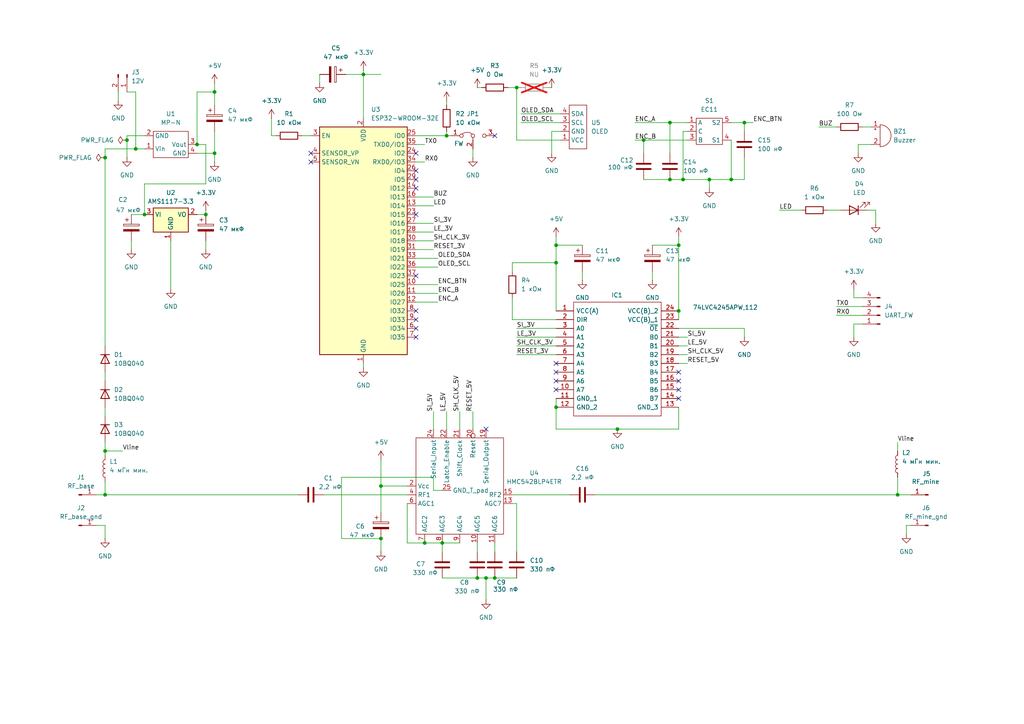
<source format=kicad_sch>
(kicad_sch (version 20231120) (generator "eeschema") (generator_version "8.0")
  (paper "A4")
  (lib_symbols
    (symbol "Alexeyj4_Library:74LVC4245APW,112" (pin_names (offset 0.762))
      (property "Reference" "IC" (at 31.75 7.62 0))
      (property "Value" "74LVC4245APW,112" (at 31.75 5.08 0))
      (symbol "74LVC4245APW,112_0_0"
        (pin passive line (at 0 0 0) (length 5.08) (name "VCC(A)") (number "1"))
        (pin passive line (at 0 -22.86 0) (length 5.08) (name "A7") (number "10"))
        (pin passive line (at 0 -25.4 0) (length 5.08) (name "GND_1") (number "11"))
        (pin passive line (at 0 -27.94 0) (length 5.08) (name "GND_2") (number "12"))
        (pin passive line (at 35.56 -27.94 180) (length 5.08) (name "GND_3") (number "13"))
        (pin passive line (at 35.56 -25.4 180) (length 5.08) (name "B7") (number "14"))
        (pin passive line (at 35.56 -22.86 180) (length 5.08) (name "B6") (number "15"))
        (pin passive line (at 35.56 -20.32 180) (length 5.08) (name "B5") (number "16"))
        (pin passive line (at 35.56 -17.78 180) (length 5.08) (name "B4") (number "17"))
        (pin passive line (at 35.56 -15.24 180) (length 5.08) (name "B3") (number "18"))
        (pin passive line (at 35.56 -12.7 180) (length 5.08) (name "B2") (number "19"))
        (pin passive line (at 0 -2.54 0) (length 5.08) (name "DIR") (number "2"))
        (pin passive line (at 35.56 -10.16 180) (length 5.08) (name "B1") (number "20"))
        (pin passive line (at 35.56 -7.62 180) (length 5.08) (name "B0") (number "21"))
        (pin passive line (at 35.56 -5.08 180) (length 5.08) (name "~{OE}") (number "22"))
        (pin passive line (at 35.56 -2.54 180) (length 5.08) (name "VCC(B)_1") (number "23"))
        (pin passive line (at 35.56 0 180) (length 5.08) (name "VCC(B)_2") (number "24"))
        (pin passive line (at 0 -5.08 0) (length 5.08) (name "A0") (number "3"))
        (pin passive line (at 0 -7.62 0) (length 5.08) (name "A1") (number "4"))
        (pin passive line (at 0 -10.16 0) (length 5.08) (name "A2") (number "5"))
        (pin passive line (at 0 -12.7 0) (length 5.08) (name "A3") (number "6"))
        (pin passive line (at 0 -15.24 0) (length 5.08) (name "A4") (number "7"))
        (pin passive line (at 0 -17.78 0) (length 5.08) (name "A5") (number "8"))
        (pin passive line (at 0 -20.32 0) (length 5.08) (name "A6") (number "9"))
      )
    )
    (symbol "Alexeyj4_Library:EC11_rotary_encoder"
      (property "Reference" "S" (at 5.334 5.842 0))
      (property "Value" "EC11" (at 6.604 3.556 0))
      (symbol "EC11_rotary_encoder_1_1"
        (pin passive line (at -2.54 -6.35 90) (length 2.54) (name "A") (number "1"))
        (pin passive line (at 0 -6.35 90) (length 2.54) (name "C") (number "2"))
        (pin passive line (at 2.54 -6.35 90) (length 2.54) (name "B") (number "3"))
        (pin passive line (at 2.54 6.35 270) (length 2.54) (name "S1") (number "4"))
        (pin passive line (at -2.54 6.35 270) (length 2.54) (name "S2") (number "5"))
      )
    )
    (symbol "Alexeyj4_Library:HMC542BLP4ETR"
      (property "Reference" "U4" (at 21.59 3.7786 0))
      (property "Value" "HMC542BLP4ETR" (at 21.59 1.2386 0))
      (symbol "HMC542BLP4ETR_1_1"
        (pin bidirectional line (at 5.08 -16.51 90) (length 2.54) (name "AGC5") (number "10"))
        (pin bidirectional line (at 10.16 -16.51 90) (length 2.54) (name "AGC6") (number "11"))
        (pin bidirectional line (at 15.24 -5.08 180) (length 2.54) (name "AGC7") (number "13"))
        (pin bidirectional line (at 15.24 -2.54 180) (length 2.54) (name "RF2") (number "15"))
        (pin output line (at 7.62 16.51 270) (length 2.54) (name "Serial_Output") (number "19"))
        (pin input line (at -15.24 0 0) (length 2.54) (name "Vcc") (number "2"))
        (pin input inverted (at 3.81 16.51 270) (length 2.54) (name "Reset") (number "20"))
        (pin input line (at 0 16.51 270) (length 2.54) (name "Shift_Clock") (number "21"))
        (pin input line (at -3.81 16.51 270) (length 2.54) (name "Latch_Enable") (number "22"))
        (pin input line (at -7.62 16.51 270) (length 2.54) (name "Serial_Input") (number "24"))
        (pin power_in line (at -5.08 -1.27 0) (length 2.54) (name "GND_T_pad") (number "25"))
        (pin bidirectional line (at -15.24 -2.54 0) (length 2.54) (name "RF1") (number "4"))
        (pin bidirectional line (at -15.24 -5.08 0) (length 2.54) (name "AGC1") (number "6"))
        (pin bidirectional line (at -10.16 -16.51 90) (length 2.54) (name "AGC2") (number "7"))
        (pin bidirectional line (at -5.08 -16.51 90) (length 2.54) (name "AGC3") (number "8"))
        (pin bidirectional line (at 0 -16.51 90) (length 2.54) (name "AGC4") (number "9"))
      )
    )
    (symbol "Alexeyj4_Library:MPN"
      (property "Reference" "U" (at -3.81 4.826 0))
      (property "Value" "MP-N" (at 2.54 4.826 0))
      (symbol "MPN_1_1"
        (pin power_in line (at -7.62 -1.27 0) (length 2.54) (name "Vin") (number "1"))
        (pin power_in line (at -7.62 2.54 0) (length 2.54) (name "GND") (number "2"))
        (pin passive line (at 7.62 0 180) (length 2.54) (name "Vout") (number "3"))
        (pin power_out line (at 7.62 -2.54 180) (length 2.54) (name "GND") (number "4"))
      )
    )
    (symbol "Alexeyj4_Library:OLED I2C"
      (property "Reference" "U" (at 7.112 1.016 0))
      (property "Value" "OLED" (at 8.89 -1.016 0))
      (symbol "OLED I2C_1_1"
        (pin input line (at -3.81 5.08 270) (length 2.54) (name "VCC") (number "1"))
        (pin input line (at -1.27 5.08 270) (length 2.54) (name "GND") (number "2"))
        (pin input line (at 1.27 5.08 270) (length 2.54) (name "SCL") (number "3"))
        (pin input line (at 3.81 5.08 270) (length 2.54) (name "SDA") (number "4"))
      )
    )
    (symbol "Connector:Conn_01x01_Pin" (pin_names (offset 1.016) hide)
      (property "Reference" "J" (at 0 2.54 0))
      (property "Value" "Conn_01x01_Pin" (at 0 -2.54 0))
      (symbol "Conn_01x01_Pin_1_1"
        (pin passive line (at 5.08 0 180) (length 3.81) (name "Pin_1") (number "1"))
      )
    )
    (symbol "Connector:Conn_01x02_Pin" (pin_names (offset 1.016) hide)
      (property "Reference" "J" (at 0 2.54 0))
      (property "Value" "Conn_01x02_Pin" (at 0 -5.08 0))
      (symbol "Conn_01x02_Pin_1_1"
        (pin passive line (at 5.08 0 180) (length 3.81) (name "Pin_1") (number "1"))
        (pin passive line (at 5.08 -2.54 180) (length 3.81) (name "Pin_2") (number "2"))
      )
    )
    (symbol "Connector:Conn_01x04_Pin" (pin_names (offset 1.016) hide)
      (property "Reference" "J" (at 0 5.08 0))
      (property "Value" "Conn_01x04_Pin" (at 0 -7.62 0))
      (symbol "Conn_01x04_Pin_1_1"
        (pin passive line (at 5.08 2.54 180) (length 3.81) (name "Pin_1") (number "1"))
        (pin passive line (at 5.08 0 180) (length 3.81) (name "Pin_2") (number "2"))
        (pin passive line (at 5.08 -2.54 180) (length 3.81) (name "Pin_3") (number "3"))
        (pin passive line (at 5.08 -5.08 180) (length 3.81) (name "Pin_4") (number "4"))
      )
    )
    (symbol "Device:Buzzer" (pin_names (offset 0.0254) hide)
      (property "Reference" "BZ" (at 3.81 1.27 0))
      (property "Value" "Buzzer" (at 3.81 -1.27 0))
      (symbol "Buzzer_1_1"
        (pin passive line (at -2.54 2.54 0) (length 2.54) (name "+") (number "1"))
        (pin passive line (at -2.54 -2.54 0) (length 2.54) (name "-") (number "2"))
      )
    )
    (symbol "Device:C" (pin_numbers hide) (pin_names (offset 0.254))
      (property "Reference" "C" (at 0.635 2.54 0))
      (property "Value" "C" (at 0.635 -2.54 0))
      (symbol "C_1_1"
        (pin passive line (at 0 3.81 270) (length 2.794) (name "~") (number "1"))
        (pin passive line (at 0 -3.81 90) (length 2.794) (name "~") (number "2"))
      )
    )
    (symbol "Device:C_Polarized" (pin_numbers hide) (pin_names (offset 0.254))
      (property "Reference" "C" (at 0.635 2.54 0))
      (property "Value" "C_Polarized" (at 0.635 -2.54 0))
      (symbol "C_Polarized_1_1"
        (pin passive line (at 0 3.81 270) (length 2.794) (name "~") (number "1"))
        (pin passive line (at 0 -3.81 90) (length 2.794) (name "~") (number "2"))
      )
    )
    (symbol "Device:D" (pin_numbers hide) (pin_names (offset 1.016) hide)
      (property "Reference" "D" (at 0 2.54 0))
      (property "Value" "D" (at 0 -2.54 0))
      (symbol "D_1_1"
        (pin passive line (at -3.81 0 0) (length 2.54) (name "K") (number "1"))
        (pin passive line (at 3.81 0 180) (length 2.54) (name "A") (number "2"))
      )
    )
    (symbol "Device:L" (pin_numbers hide) (pin_names (offset 1.016) hide)
      (property "Reference" "L" (at -1.27 0 90))
      (property "Value" "L" (at 1.905 0 90))
      (symbol "L_1_1"
        (pin passive line (at 0 3.81 270) (length 1.27) (name "1") (number "1"))
        (pin passive line (at 0 -3.81 90) (length 1.27) (name "2") (number "2"))
      )
    )
    (symbol "Device:LED" (pin_numbers hide) (pin_names (offset 1.016) hide)
      (property "Reference" "D" (at 0 2.54 0))
      (property "Value" "LED" (at 0 -2.54 0))
      (symbol "LED_1_1"
        (pin passive line (at -3.81 0 0) (length 2.54) (name "K") (number "1"))
        (pin passive line (at 3.81 0 180) (length 2.54) (name "A") (number "2"))
      )
    )
    (symbol "Device:R" (pin_numbers hide) (pin_names (offset 0))
      (property "Reference" "R" (at 2.032 0 90))
      (property "Value" "R" (at 0 0 90))
      (symbol "R_1_1"
        (pin passive line (at 0 3.81 270) (length 1.27) (name "~") (number "1"))
        (pin passive line (at 0 -3.81 90) (length 1.27) (name "~") (number "2"))
      )
    )
    (symbol "Jumper:Jumper_3_Bridged12" (pin_names (offset 0) hide) (exclude_from_sim yes) (in_bom no)
      (property "Reference" "JP" (at -2.54 -2.54 0))
      (property "Value" "Jumper_3_Bridged12" (at 0 2.794 0))
      (symbol "Jumper_3_Bridged12_1_1"
        (pin passive line (at -6.35 0 0) (length 2.54) (name "A") (number "1"))
        (pin passive line (at 0 -3.81 90) (length 2.54) (name "C") (number "2"))
        (pin passive line (at 6.35 0 180) (length 2.54) (name "B") (number "3"))
      )
    )
    (symbol "RF_Module:ESP32-WROOM-32E"
      (property "Reference" "U" (at -12.7 34.29 0))
      (property "Value" "ESP32-WROOM-32E" (at 1.27 34.29 0))
      (symbol "ESP32-WROOM-32E_1_1"
        (pin power_in line (at 0 -35.56 90) (length 2.54) (name "GND") (number "1"))
        (pin bidirectional line (at 15.24 -12.7 180) (length 2.54) (name "IO25") (number "10"))
        (pin bidirectional line (at 15.24 -15.24 180) (length 2.54) (name "IO26") (number "11"))
        (pin bidirectional line (at 15.24 -17.78 180) (length 2.54) (name "IO27") (number "12"))
        (pin bidirectional line (at 15.24 10.16 180) (length 2.54) (name "IO14") (number "13"))
        (pin bidirectional line (at 15.24 15.24 180) (length 2.54) (name "IO12") (number "14"))
        (pin passive line (at 0 -35.56 90) (length 2.54) hide (name "GND") (number "15"))
        (pin bidirectional line (at 15.24 12.7 180) (length 2.54) (name "IO13") (number "16"))
        (pin no_connect line (at -12.7 -5.08 0) (length 2.54) hide (name "NC") (number "17"))
        (pin no_connect line (at -12.7 -7.62 0) (length 2.54) hide (name "NC") (number "18"))
        (pin no_connect line (at -12.7 -12.7 0) (length 2.54) hide (name "NC") (number "19"))
        (pin power_in line (at 0 35.56 270) (length 2.54) (name "VDD") (number "2"))
        (pin no_connect line (at -12.7 -10.16 0) (length 2.54) hide (name "NC") (number "20"))
        (pin no_connect line (at -12.7 0 0) (length 2.54) hide (name "NC") (number "21"))
        (pin no_connect line (at -12.7 -2.54 0) (length 2.54) hide (name "NC") (number "22"))
        (pin bidirectional line (at 15.24 7.62 180) (length 2.54) (name "IO15") (number "23"))
        (pin bidirectional line (at 15.24 25.4 180) (length 2.54) (name "IO2") (number "24"))
        (pin bidirectional line (at 15.24 30.48 180) (length 2.54) (name "IO0") (number "25"))
        (pin bidirectional line (at 15.24 20.32 180) (length 2.54) (name "IO4") (number "26"))
        (pin bidirectional line (at 15.24 5.08 180) (length 2.54) (name "IO16") (number "27"))
        (pin bidirectional line (at 15.24 2.54 180) (length 2.54) (name "IO17") (number "28"))
        (pin bidirectional line (at 15.24 17.78 180) (length 2.54) (name "IO5") (number "29"))
        (pin input line (at -15.24 30.48 0) (length 2.54) (name "EN") (number "3"))
        (pin bidirectional line (at 15.24 0 180) (length 2.54) (name "IO18") (number "30"))
        (pin bidirectional line (at 15.24 -2.54 180) (length 2.54) (name "IO19") (number "31"))
        (pin no_connect line (at -12.7 -27.94 0) (length 2.54) hide (name "NC") (number "32"))
        (pin bidirectional line (at 15.24 -5.08 180) (length 2.54) (name "IO21") (number "33"))
        (pin bidirectional line (at 15.24 22.86 180) (length 2.54) (name "RXD0/IO3") (number "34"))
        (pin bidirectional line (at 15.24 27.94 180) (length 2.54) (name "TXD0/IO1") (number "35"))
        (pin bidirectional line (at 15.24 -7.62 180) (length 2.54) (name "IO22") (number "36"))
        (pin bidirectional line (at 15.24 -10.16 180) (length 2.54) (name "IO23") (number "37"))
        (pin passive line (at 0 -35.56 90) (length 2.54) hide (name "GND") (number "38"))
        (pin passive line (at 0 -35.56 90) (length 2.54) hide (name "GND") (number "39"))
        (pin input line (at -15.24 25.4 0) (length 2.54) (name "SENSOR_VP") (number "4"))
        (pin input line (at -15.24 22.86 0) (length 2.54) (name "SENSOR_VN") (number "5"))
        (pin input line (at 15.24 -25.4 180) (length 2.54) (name "IO34") (number "6"))
        (pin input line (at 15.24 -27.94 180) (length 2.54) (name "IO35") (number "7"))
        (pin bidirectional line (at 15.24 -20.32 180) (length 2.54) (name "IO32") (number "8"))
        (pin bidirectional line (at 15.24 -22.86 180) (length 2.54) (name "IO33") (number "9"))
      )
    )
    (symbol "Regulator_Linear:AMS1117-3.3"
      (property "Reference" "U" (at -3.81 3.175 0))
      (property "Value" "AMS1117-3.3" (at 0 3.175 0))
      (symbol "AMS1117-3.3_1_1"
        (pin power_in line (at 0 -7.62 90) (length 2.54) (name "GND") (number "1"))
        (pin power_out line (at 7.62 0 180) (length 2.54) (name "VO") (number "2"))
        (pin power_in line (at -7.62 0 0) (length 2.54) (name "VI") (number "3"))
      )
    )
    (symbol "power:+3.3V" (power) (pin_numbers hide) (pin_names (offset 0) hide)
      (property "Value" "+3.3V" (at 0 3.556 0))
      (symbol "+3.3V_1_1"
        (pin power_in line (at 0 0 90) (length 0) (name "~") (number "1"))
      )
    )
    (symbol "power:+5V" (power) (pin_numbers hide) (pin_names (offset 0) hide)
      (property "Value" "+5V" (at 0 3.556 0))
      (symbol "+5V_1_1"
        (pin power_in line (at 0 0 90) (length 0) (name "~") (number "1"))
      )
    )
    (symbol "power:GND" (power) (pin_numbers hide) (pin_names (offset 0) hide)
      (property "Value" "GND" (at 0 -3.81 0))
      (symbol "GND_1_1"
        (pin power_in line (at 0 0 270) (length 0) (name "~") (number "1"))
      )
    )
    (symbol "power:PWR_FLAG" (power) (pin_numbers hide) (pin_names (offset 0) hide)
      (property "Value" "PWR_FLAG" (at 0 3.81 0))
      (symbol "PWR_FLAG_0_0"
        (pin power_out line (at 0 0 90) (length 0) (name "~") (number "1"))
      )
    )
  )
  (junction (at 161.29 76.2))
  (junction (at 128.27 157.48))
  (junction (at 215.9 35.56))
  (junction (at 41.91 62.23))
  (junction (at 62.23 44.45))
  (junction (at 140.97 167.64))
  (junction (at 59.69 62.23))
  (junction (at 30.48 45.72))
  (junction (at 39.37 43.18))
  (junction (at 194.31 52.07))
  (junction (at 110.49 140.97))
  (junction (at 149.86 25.4))
  (junction (at 161.29 71.12))
  (junction (at 196.85 71.12))
  (junction (at 57.15 41.91))
  (junction (at 30.48 143.51))
  (junction (at 129.54 39.37))
  (junction (at 105.41 21.59))
  (junction (at 196.85 90.17))
  (junction (at 198.12 52.07))
  (junction (at 138.43 167.64))
  (junction (at 62.23 26.67))
  (junction (at 110.49 156.21))
  (junction (at 194.31 35.56))
  (junction (at 212.09 52.07))
  (junction (at 260.35 143.51))
  (junction (at 205.74 52.07))
  (junction (at 123.19 157.48))
  (junction (at 143.51 167.64))
  (junction (at 179.07 124.46))
  (junction (at 161.29 118.11))
  (junction (at 36.83 40.64))
  (junction (at 186.69 40.64))
  (junction (at 30.48 130.81))
  (no_connect (at 120.65 97.79))
  (no_connect (at 120.65 62.23))
  (no_connect (at 196.85 113.03))
  (no_connect (at 161.29 105.41))
  (no_connect (at 140.97 124.46))
  (no_connect (at 120.65 52.07))
  (no_connect (at 120.65 80.01))
  (no_connect (at 196.85 110.49))
  (no_connect (at 161.29 107.95))
  (no_connect (at 120.65 95.25))
  (no_connect (at 120.65 44.45))
  (no_connect (at 120.65 49.53))
  (no_connect (at 161.29 113.03))
  (no_connect (at 143.51 39.37))
  (no_connect (at 90.17 44.45))
  (no_connect (at 120.65 92.71))
  (no_connect (at 90.17 46.99))
  (no_connect (at 196.85 107.95))
  (no_connect (at 120.65 90.17))
  (no_connect (at 120.65 54.61))
  (no_connect (at 196.85 115.57))
  (no_connect (at 161.29 110.49))
  (wire (pts (xy 194.31 35.56) (xy 199.39 35.56)))
  (wire (pts (xy 125.73 138.43) (xy 99.06 138.43)))
  (wire (pts (xy 118.11 140.97) (xy 110.49 140.97)))
  (wire (pts (xy 168.91 78.74) (xy 168.91 81.28)))
  (wire (pts (xy 138.43 167.64) (xy 140.97 167.64)))
  (wire (pts (xy 212.09 40.64) (xy 212.09 52.07)))
  (wire (pts (xy 59.69 60.96) (xy 59.69 62.23)))
  (wire (pts (xy 196.85 90.17) (xy 196.85 92.71)))
  (wire (pts (xy 110.49 133.35) (xy 110.49 140.97)))
  (wire (pts (xy 137.16 119.38) (xy 137.16 124.46)))
  (wire (pts (xy 237.49 36.83) (xy 242.57 36.83)))
  (wire (pts (xy 212.09 52.07) (xy 205.74 52.07)))
  (wire (pts (xy 172.72 143.51) (xy 260.35 143.51)))
  (wire (pts (xy 212.09 35.56) (xy 215.9 35.56)))
  (wire (pts (xy 110.49 21.59) (xy 105.41 21.59)))
  (wire (pts (xy 247.65 93.98) (xy 247.65 97.79)))
  (wire (pts (xy 99.06 156.21) (xy 110.49 156.21)))
  (wire (pts (xy 196.85 124.46) (xy 179.07 124.46)))
  (wire (pts (xy 129.54 38.1) (xy 129.54 39.37)))
  (wire (pts (xy 30.48 43.18) (xy 39.37 43.18)))
  (wire (pts (xy 125.73 142.24) (xy 125.73 138.43)))
  (wire (pts (xy 151.13 33.02) (xy 162.56 33.02)))
  (wire (pts (xy 148.59 86.36) (xy 148.59 92.71)))
  (wire (pts (xy 92.71 21.59) (xy 92.71 24.13)))
  (wire (pts (xy 161.29 118.11) (xy 161.29 124.46)))
  (wire (pts (xy 143.51 157.48) (xy 143.51 160.02)))
  (wire (pts (xy 161.29 71.12) (xy 168.91 71.12)))
  (wire (pts (xy 120.65 77.47) (xy 127 77.47)))
  (wire (pts (xy 248.92 44.45) (xy 248.92 41.91)))
  (wire (pts (xy 149.86 25.4) (xy 149.86 40.64)))
  (wire (pts (xy 120.65 57.15) (xy 125.73 57.15)))
  (wire (pts (xy 41.91 53.34) (xy 41.91 62.23)))
  (wire (pts (xy 120.65 87.63) (xy 127 87.63)))
  (wire (pts (xy 161.29 76.2) (xy 161.29 90.17)))
  (wire (pts (xy 62.23 38.1) (xy 62.23 44.45)))
  (wire (pts (xy 110.49 140.97) (xy 110.49 148.59)))
  (wire (pts (xy 189.23 78.74) (xy 189.23 81.28)))
  (wire (pts (xy 149.86 146.05) (xy 149.86 160.02)))
  (wire (pts (xy 30.48 152.4) (xy 30.48 156.21)))
  (wire (pts (xy 30.48 143.51) (xy 86.36 143.51)))
  (wire (pts (xy 80.01 39.37) (xy 78.74 39.37)))
  (wire (pts (xy 30.48 139.7) (xy 30.48 143.51)))
  (wire (pts (xy 100.33 21.59) (xy 105.41 21.59)))
  (wire (pts (xy 129.54 29.21) (xy 129.54 30.48)))
  (wire (pts (xy 186.69 40.64) (xy 186.69 44.45)))
  (wire (pts (xy 247.65 83.82) (xy 247.65 86.36)))
  (wire (pts (xy 138.43 25.4) (xy 139.7 25.4)))
  (wire (pts (xy 161.29 115.57) (xy 161.29 118.11)))
  (wire (pts (xy 194.31 52.07) (xy 198.12 52.07)))
  (wire (pts (xy 140.97 167.64) (xy 140.97 173.99)))
  (wire (pts (xy 128.27 157.48) (xy 128.27 160.02)))
  (wire (pts (xy 62.23 26.67) (xy 62.23 30.48)))
  (wire (pts (xy 59.69 41.91) (xy 57.15 41.91)))
  (wire (pts (xy 186.69 40.64) (xy 199.39 40.64)))
  (wire (pts (xy 129.54 119.38) (xy 129.54 124.46)))
  (wire (pts (xy 138.43 157.48) (xy 138.43 160.02)))
  (wire (pts (xy 248.92 41.91) (xy 252.73 41.91)))
  (wire (pts (xy 41.91 39.37) (xy 36.83 39.37)))
  (wire (pts (xy 149.86 102.87) (xy 161.29 102.87)))
  (wire (pts (xy 120.65 74.93) (xy 127 74.93)))
  (wire (pts (xy 30.48 107.95) (xy 30.48 110.49)))
  (wire (pts (xy 215.9 52.07) (xy 212.09 52.07)))
  (wire (pts (xy 110.49 156.21) (xy 110.49 160.02)))
  (wire (pts (xy 198.12 38.1) (xy 199.39 38.1)))
  (wire (pts (xy 39.37 43.18) (xy 39.37 26.67)))
  (wire (pts (xy 149.86 97.79) (xy 161.29 97.79)))
  (wire (pts (xy 215.9 35.56) (xy 215.9 38.1)))
  (wire (pts (xy 240.03 60.96) (xy 243.84 60.96)))
  (wire (pts (xy 30.48 45.72) (xy 30.48 43.18)))
  (wire (pts (xy 128.27 167.64) (xy 138.43 167.64)))
  (wire (pts (xy 189.23 71.12) (xy 196.85 71.12)))
  (wire (pts (xy 120.65 82.55) (xy 127 82.55)))
  (wire (pts (xy 215.9 35.56) (xy 218.44 35.56)))
  (wire (pts (xy 143.51 167.64) (xy 149.86 167.64)))
  (wire (pts (xy 34.29 26.67) (xy 34.29 29.21)))
  (wire (pts (xy 264.16 152.4) (xy 262.89 152.4)))
  (wire (pts (xy 123.19 157.48) (xy 128.27 157.48)))
  (wire (pts (xy 254 64.77) (xy 254 60.96)))
  (wire (pts (xy 120.65 64.77) (xy 125.73 64.77)))
  (wire (pts (xy 161.29 71.12) (xy 161.29 76.2)))
  (wire (pts (xy 196.85 97.79) (xy 199.39 97.79)))
  (wire (pts (xy 57.15 41.91) (xy 57.15 26.67)))
  (wire (pts (xy 196.85 100.33) (xy 199.39 100.33)))
  (wire (pts (xy 125.73 119.38) (xy 125.73 124.46)))
  (wire (pts (xy 120.65 69.85) (xy 125.73 69.85)))
  (wire (pts (xy 118.11 157.48) (xy 123.19 157.48)))
  (wire (pts (xy 30.48 128.27) (xy 30.48 130.81)))
  (wire (pts (xy 158.75 25.4) (xy 160.02 25.4)))
  (wire (pts (xy 148.59 92.71) (xy 161.29 92.71)))
  (wire (pts (xy 196.85 102.87) (xy 199.39 102.87)))
  (wire (pts (xy 186.69 52.07) (xy 194.31 52.07)))
  (wire (pts (xy 196.85 95.25) (xy 215.9 95.25)))
  (wire (pts (xy 149.86 100.33) (xy 161.29 100.33)))
  (wire (pts (xy 262.89 152.4) (xy 262.89 154.94)))
  (wire (pts (xy 118.11 146.05) (xy 118.11 157.48)))
  (wire (pts (xy 149.86 95.25) (xy 161.29 95.25)))
  (wire (pts (xy 184.15 35.56) (xy 194.31 35.56)))
  (wire (pts (xy 148.59 78.74) (xy 148.59 76.2)))
  (wire (pts (xy 196.85 118.11) (xy 196.85 124.46)))
  (wire (pts (xy 194.31 35.56) (xy 194.31 44.45)))
  (wire (pts (xy 57.15 44.45) (xy 62.23 44.45)))
  (wire (pts (xy 161.29 68.58) (xy 161.29 71.12)))
  (wire (pts (xy 250.19 36.83) (xy 252.73 36.83)))
  (wire (pts (xy 205.74 52.07) (xy 198.12 52.07)))
  (wire (pts (xy 133.35 119.38) (xy 133.35 124.46)))
  (wire (pts (xy 30.48 100.33) (xy 30.48 45.72)))
  (wire (pts (xy 120.65 39.37) (xy 129.54 39.37)))
  (wire (pts (xy 250.19 93.98) (xy 247.65 93.98)))
  (wire (pts (xy 120.65 67.31) (xy 125.73 67.31)))
  (wire (pts (xy 162.56 40.64) (xy 149.86 40.64)))
  (wire (pts (xy 196.85 105.41) (xy 199.39 105.41)))
  (wire (pts (xy 93.98 143.51) (xy 118.11 143.51)))
  (wire (pts (xy 62.23 24.13) (xy 62.23 26.67)))
  (wire (pts (xy 196.85 68.58) (xy 196.85 71.12)))
  (wire (pts (xy 57.15 26.67) (xy 62.23 26.67)))
  (wire (pts (xy 30.48 118.11) (xy 30.48 120.65)))
  (wire (pts (xy 148.59 146.05) (xy 149.86 146.05)))
  (wire (pts (xy 161.29 124.46) (xy 179.07 124.46)))
  (wire (pts (xy 105.41 105.41) (xy 105.41 106.68)))
  (wire (pts (xy 120.65 59.69) (xy 125.73 59.69)))
  (wire (pts (xy 27.94 143.51) (xy 30.48 143.51)))
  (wire (pts (xy 62.23 44.45) (xy 62.23 46.99)))
  (wire (pts (xy 78.74 34.29) (xy 78.74 39.37)))
  (wire (pts (xy 36.83 39.37) (xy 36.83 40.64)))
  (wire (pts (xy 149.86 25.4) (xy 151.13 25.4)))
  (wire (pts (xy 105.41 21.59) (xy 105.41 34.29)))
  (wire (pts (xy 250.19 86.36) (xy 247.65 86.36)))
  (wire (pts (xy 128.27 157.48) (xy 133.35 157.48)))
  (wire (pts (xy 49.53 69.85) (xy 49.53 83.82)))
  (wire (pts (xy 148.59 143.51) (xy 165.1 143.51)))
  (wire (pts (xy 128.27 142.24) (xy 125.73 142.24)))
  (wire (pts (xy 41.91 43.18) (xy 39.37 43.18)))
  (wire (pts (xy 160.02 38.1) (xy 160.02 44.45)))
  (wire (pts (xy 57.15 62.23) (xy 59.69 62.23)))
  (wire (pts (xy 36.83 40.64) (xy 36.83 45.72)))
  (wire (pts (xy 260.35 128.27) (xy 260.35 130.81)))
  (wire (pts (xy 41.91 53.34) (xy 59.69 53.34)))
  (wire (pts (xy 242.57 91.44) (xy 250.19 91.44)))
  (wire (pts (xy 242.57 88.9) (xy 250.19 88.9)))
  (wire (pts (xy 215.9 45.72) (xy 215.9 52.07)))
  (wire (pts (xy 184.15 40.64) (xy 186.69 40.64)))
  (wire (pts (xy 215.9 95.25) (xy 215.9 97.79)))
  (wire (pts (xy 59.69 69.85) (xy 59.69 72.39)))
  (wire (pts (xy 39.37 26.67) (xy 36.83 26.67)))
  (wire (pts (xy 105.41 20.32) (xy 105.41 21.59)))
  (wire (pts (xy 27.94 152.4) (xy 30.48 152.4)))
  (wire (pts (xy 196.85 71.12) (xy 196.85 90.17)))
  (wire (pts (xy 120.65 72.39) (xy 125.73 72.39)))
  (wire (pts (xy 198.12 52.07) (xy 198.12 38.1)))
  (wire (pts (xy 205.74 52.07) (xy 205.74 54.61)))
  (wire (pts (xy 148.59 76.2) (xy 161.29 76.2)))
  (wire (pts (xy 87.63 39.37) (xy 90.17 39.37)))
  (wire (pts (xy 38.1 62.23) (xy 41.91 62.23)))
  (wire (pts (xy 137.16 43.18) (xy 137.16 45.72)))
  (wire (pts (xy 151.13 35.56) (xy 162.56 35.56)))
  (wire (pts (xy 30.48 130.81) (xy 30.48 132.08)))
  (wire (pts (xy 129.54 39.37) (xy 130.81 39.37)))
  (wire (pts (xy 260.35 143.51) (xy 264.16 143.51)))
  (wire (pts (xy 260.35 138.43) (xy 260.35 143.51)))
  (wire (pts (xy 120.65 41.91) (xy 123.19 41.91)))
  (wire (pts (xy 254 60.96) (xy 251.46 60.96)))
  (wire (pts (xy 120.65 85.09) (xy 127 85.09)))
  (wire (pts (xy 147.32 25.4) (xy 149.86 25.4)))
  (wire (pts (xy 120.65 46.99) (xy 123.19 46.99)))
  (wire (pts (xy 162.56 38.1) (xy 160.02 38.1)))
  (wire (pts (xy 38.1 69.85) (xy 38.1 72.39)))
  (wire (pts (xy 30.48 130.81) (xy 35.56 130.81)))
  (wire (pts (xy 99.06 138.43) (xy 99.06 156.21)))
  (wire (pts (xy 59.69 53.34) (xy 59.69 41.91)))
  (wire (pts (xy 140.97 167.64) (xy 143.51 167.64)))
  (wire (pts (xy 226.06 60.96) (xy 232.41 60.96)))
  (label "RX0" (at 242.57 91.44 0))
  (label "Vline" (at 35.56 130.81 0))
  (label "ENC_B" (at 127 85.09 0))
  (label "ENC_BTN" (at 218.44 35.56 0))
  (label "OLED_SCL" (at 151.13 35.56 0))
  (label "SH_CLK_5V" (at 199.39 102.87 0))
  (label "OLED_SDA" (at 127 74.93 0))
  (label "BUZ" (at 237.49 36.83 0))
  (label "RESET_5V" (at 137.16 119.38 90))
  (label "LE_5V" (at 199.39 100.33 0))
  (label "OLED_SCL" (at 127 77.47 0))
  (label "Vline" (at 260.35 128.27 0))
  (label "RX0" (at 123.19 46.99 0))
  (label "TX0" (at 242.57 88.9 0))
  (label "TX0" (at 123.19 41.91 0))
  (label "SH_CLK_3V" (at 125.73 69.85 0))
  (label "BUZ" (at 125.73 57.15 0))
  (label "SH_CLK_5V" (at 133.35 119.38 90))
  (label "ENC_A" (at 184.15 35.56 0))
  (label "LED" (at 226.06 60.96 0))
  (label "SH_CLK_3V" (at 149.86 100.33 0))
  (label "OLED_SDA" (at 151.13 33.02 0))
  (label "RESET_3V" (at 125.73 72.39 0))
  (label "LED" (at 125.73 59.69 0))
  (label "LE_5V" (at 129.54 119.38 90))
  (label "SI_3V" (at 125.73 64.77 0))
  (label "SI_5V" (at 125.73 119.38 90))
  (label "SI_5V" (at 199.39 97.79 0))
  (label "RESET_3V" (at 149.86 102.87 0))
  (label "SI_3V" (at 149.86 95.25 0))
  (label "ENC_BTN" (at 127 82.55 0))
  (label "ENC_B" (at 184.15 40.64 0))
  (label "RESET_5V" (at 199.39 105.41 0))
  (label "LE_3V" (at 149.86 97.79 0))
  (label "LE_3V" (at 125.73 67.31 0))
  (label "ENC_A" (at 127 87.63 0))
  (symbol (lib_id "Device:C_Polarized") (at 96.52 21.59 270) (unit 1)
    (property "Reference" "C5" (at 97.409 13.97 90))
    (property "Value" "47 мкФ" (at 97.409 16.51 90))
    (property "Footprint" "Capacitor_Tantalum_SMD:CP_EIA-7343-31_Kemet-D_Pad2.25x2.55mm_HandSolder" (effects (hide yes)))
    (property "Description" "Polarized capacitor" (effects (hide yes)))
  )
  (symbol (lib_id "power:GND") (at 36.83 45.72 0) (unit 1)
    (property "Reference" "#PWR03" (effects (hide yes)))
    (property "Value" "GND" (at 36.83 50.8 0))
    (property "Description" "Power symbol creates a global label with name \"GND\" , ground" (effects (hide yes)))
  )
  (symbol (lib_id "power:+3.3V") (at 59.69 60.96 0) (unit 1)
    (property "Reference" "#PWR06" (effects (hide yes)))
    (property "Value" "+3.3V" (at 59.69 55.88 0))
    (property "Description" "Power symbol creates a global label with name \"+3.3V\"" (effects (hide yes)))
  )
  (symbol (lib_id "power:GND") (at 247.65 97.79 0) (unit 1)
    (property "Reference" "#PWR029" (effects (hide yes)))
    (property "Value" "GND" (at 247.65 102.87 0))
    (property "Description" "Power symbol creates a global label with name \"GND\" , ground" (effects (hide yes)))
  )
  (symbol (lib_id "power:GND") (at 92.71 24.13 0) (unit 1)
    (property "Reference" "#PWR011" (effects (hide yes)))
    (property "Value" "GND" (at 92.71 29.21 0))
    (property "Description" "Power symbol creates a global label with name \"GND\" , ground" (effects (hide yes)))
  )
  (symbol (lib_id "Device:Buzzer") (at 255.27 39.37 0) (unit 1)
    (property "Reference" "BZ1" (at 259.08 38.0999 0) (effects (justify left)))
    (property "Value" "Buzzer" (at 259.08 40.6399 0) (effects (justify left)))
    (property "Footprint" "Alexeyj4:HC0903A" (effects (hide yes)))
    (property "Description" "Buzzer, polarized" (effects (hide yes)))
  )
  (symbol (lib_id "power:GND") (at 59.69 72.39 0) (unit 1)
    (property "Reference" "#PWR07" (effects (hide yes)))
    (property "Value" "GND" (at 59.69 77.47 0))
    (property "Description" "Power symbol creates a global label with name \"GND\" , ground" (effects (hide yes)))
  )
  (symbol (lib_id "Device:D") (at 30.48 114.3 270) (unit 1)
    (property "Reference" "D2" (at 33.02 113.0299 90) (effects (justify left)))
    (property "Value" "10BQ040" (at 33.02 115.5699 90) (effects (justify left)))
    (property "Footprint" "Diode_SMD:D_SMB_Handsoldering" (effects (hide yes)))
    (property "Description" "Diode" (effects (hide yes)))
    (property "Sim.Device" "D" (effects (hide yes)))
    (property "Sim.Pins" "1=K 2=A" (effects (hide yes)))
  )
  (symbol (lib_id "power:GND") (at 168.91 81.28 0) (unit 1)
    (property "Reference" "#PWR022" (effects (hide yes)))
    (property "Value" "GND" (at 168.91 86.36 0))
    (property "Description" "Power symbol creates a global label with name \"GND\" , ground" (effects (hide yes)))
  )
  (symbol (lib_id "power:+3.3V") (at 129.54 29.21 0) (unit 1)
    (property "Reference" "#PWR015" (effects (hide yes)))
    (property "Value" "+3.3V" (at 129.54 24.13 0))
    (property "Description" "Power symbol creates a global label with name \"+3.3V\"" (effects (hide yes)))
  )
  (symbol (lib_id "Regulator_Linear:AMS1117-3.3") (at 49.53 62.23 0) (unit 1)
    (property "Reference" "U2" (at 49.53 55.88 0))
    (property "Value" "AMS1117-3.3" (at 49.53 58.42 0))
    (property "Footprint" "Package_TO_SOT_SMD:SOT-223-3_TabPin2" (effects (hide yes)))
    (property "Datasheet" "http://www.advanced-monolithic.com/pdf/ds1117.pdf" (effects (hide yes)))
    (property "Description" "1A Low Dropout regulator, positive, 3.3V fixed output, SOT-223" (effects (hide yes)))
  )
  (symbol (lib_id "Device:R") (at 246.38 36.83 90) (unit 1)
    (property "Reference" "R7" (at 246.38 30.48 90))
    (property "Value" "100 Ом" (at 246.38 33.02 90))
    (property "Footprint" "Resistor_SMD:R_0805_2012Metric_Pad1.20x1.40mm_HandSolder" (effects (hide yes)))
    (property "Description" "Resistor" (effects (hide yes)))
  )
  (symbol (lib_id "power:+3.3V") (at 196.85 68.58 0) (unit 1)
    (property "Reference" "#PWR025" (effects (hide yes)))
    (property "Value" "+3.3V" (at 196.85 63.5 0))
    (property "Description" "Power symbol creates a global label with name \"+3.3V\"" (effects (hide yes)))
  )
  (symbol (lib_id "power:GND") (at 110.49 160.02 0) (unit 1)
    (property "Reference" "#PWR014" (effects (hide yes)))
    (property "Value" "GND" (at 110.49 165.1 0))
    (property "Description" "Power symbol creates a global label with name \"GND\" , ground" (effects (hide yes)))
  )
  (symbol (lib_id "Device:L") (at 30.48 135.89 180) (unit 1)
    (property "Reference" "L1" (at 31.75 133.858 0) (effects (justify right)))
    (property "Value" "4 мГн мин." (at 31.75 136.398 0) (effects (justify right)))
    (property "Footprint" "Inductor_THT:L_Axial_L24.0mm_D7.1mm_P30.48mm_Horizontal_Vishay_IM-10-28" (effects (hide yes)))
    (property "Description" "Inductor" (effects (hide yes)))
  )
  (symbol (lib_id "power:+3.3V") (at 247.65 83.82 0) (unit 1)
    (property "Reference" "#PWR028" (effects (hide yes)))
    (property "Value" "+3.3V" (at 247.65 78.74 0))
    (property "Description" "Power symbol creates a global label with name \"+3.3V\"" (effects (hide yes)))
  )
  (symbol (lib_id "power:GND") (at 62.23 46.99 0) (unit 1)
    (property "Reference" "#PWR09" (effects (hide yes)))
    (property "Value" "GND" (at 62.23 52.07 0))
    (property "Description" "Power symbol creates a global label with name \"GND\" , ground" (effects (hide yes)))
  )
  (symbol (lib_id "Device:R") (at 236.22 60.96 90) (unit 1)
    (property "Reference" "R6" (at 236.22 54.61 90))
    (property "Value" "1 кОм" (at 236.22 57.15 90))
    (property "Footprint" "Resistor_SMD:R_0805_2012Metric_Pad1.20x1.40mm_HandSolder" (effects (hide yes)))
    (property "Description" "Resistor" (effects (hide yes)))
  )
  (symbol (lib_id "Connector:Conn_01x04_Pin") (at 255.27 91.44 180) (unit 1)
    (property "Reference" "J4" (at 256.54 88.8999 0) (effects (justify right)))
    (property "Value" "UART_FW" (at 256.54 91.4399 0) (effects (justify right)))
    (property "Footprint" "Connector_PinHeader_2.54mm:PinHeader_1x04_P2.54mm_Vertical" (effects (hide yes)))
    (property "Description" "Generic connector, single row, 01x04, script generated" (effects (hide yes)))
  )
  (symbol (lib_id "Device:C_Polarized") (at 168.91 74.93 0) (unit 1)
    (property "Reference" "C11" (at 172.72 72.7709 0) (effects (justify left)))
    (property "Value" "47 мкФ" (at 172.72 75.3109 0) (effects (justify left)))
    (property "Footprint" "Capacitor_Tantalum_SMD:CP_EIA-7343-31_Kemet-D_Pad2.25x2.55mm_HandSolder" (effects (hide yes)))
    (property "Description" "Polarized capacitor" (effects (hide yes)))
  )
  (symbol (lib_id "Device:C") (at 194.31 48.26 0) (unit 1)
    (property "Reference" "C14" (at 198.12 46.9899 0) (effects (justify left)))
    (property "Value" "100 нФ" (at 198.12 49.5299 0) (effects (justify left)))
    (property "Footprint" "Capacitor_SMD:C_0805_2012Metric_Pad1.18x1.45mm_HandSolder" (effects (hide yes)))
    (property "Description" "Unpolarized capacitor" (effects (hide yes)))
  )
  (symbol (lib_id "Device:C") (at 168.91 143.51 270) (unit 1)
    (property "Reference" "C16" (at 168.91 135.89 90))
    (property "Value" "2,2 нФ" (at 168.91 138.43 90))
    (property "Footprint" "Capacitor_THT:C_Disc_D7.5mm_W5.0mm_P10.00mm" (effects (hide yes)))
    (property "Description" "Unpolarized capacitor" (effects (hide yes)))
  )
  (symbol (lib_id "Connector:Conn_01x01_Pin") (at 269.24 152.4 180) (unit 1)
    (property "Reference" "J6" (at 268.605 147.32 0))
    (property "Value" "RF_mine_gnd" (at 268.605 149.86 0))
    (property "Footprint" "TestPoint:TestPoint_Pad_1.0x1.0mm" (effects (hide yes)))
    (property "Description" "Generic connector, single row, 01x01, script generated" (effects (hide yes)))
  )
  (symbol (lib_id "Device:C_Polarized") (at 38.1 66.04 0) (unit 1)
    (property "Reference" "C2" (at 34.29 57.912 0) (effects (justify left)))
    (property "Value" "47 мкФ" (at 33.528 60.96 0) (effects (justify left)))
    (property "Footprint" "Capacitor_Tantalum_SMD:CP_EIA-7343-31_Kemet-D_Pad2.25x2.55mm_HandSolder" (effects (hide yes)))
    (property "Description" "Polarized capacitor" (effects (hide yes)))
  )
  (symbol (lib_id "power:PWR_FLAG") (at 30.48 45.72 90) (unit 1)
    (property "Reference" "#FLG02" (effects (hide yes)))
    (property "Value" "PWR_FLAG" (at 26.67 45.7199 90) (effects (justify left)))
    (property "Description" "Special symbol for telling ERC where power comes from" (effects (hide yes)))
  )
  (symbol (lib_id "Device:R") (at 143.51 25.4 90) (unit 1)
    (property "Reference" "R3" (at 143.51 19.05 90))
    (property "Value" "0 Ом" (at 143.51 21.59 90))
    (property "Footprint" "Resistor_SMD:R_0805_2012Metric_Pad1.20x1.40mm_HandSolder" (effects (hide yes)))
    (property "Description" "Resistor" (effects (hide yes)))
  )
  (symbol (lib_id "Device:C") (at 128.27 163.83 0) (unit 1)
    (property "Reference" "C7" (at 120.65 163.576 0) (effects (justify left)))
    (property "Value" "330 пФ" (at 119.634 166.116 0) (effects (justify left)))
    (property "Footprint" "Capacitor_SMD:C_0805_2012Metric_Pad1.18x1.45mm_HandSolder" (effects (hide yes)))
    (property "Description" "Unpolarized capacitor" (effects (hide yes)))
  )
  (symbol (lib_id "power:GND") (at 179.07 124.46 0) (unit 1)
    (property "Reference" "#PWR023" (effects (hide yes)))
    (property "Value" "GND" (at 179.07 129.54 0))
    (property "Description" "Power symbol creates a global label with name \"GND\" , ground" (effects (hide yes)))
  )
  (symbol (lib_id "Device:C") (at 143.51 163.83 0) (unit 1)
    (property "Reference" "C9" (at 144.018 168.91 0) (effects (justify left)))
    (property "Value" "330 пФ" (at 143.002 170.942 0) (effects (justify left)))
    (property "Footprint" "Capacitor_SMD:C_0805_2012Metric_Pad1.18x1.45mm_HandSolder" (effects (hide yes)))
    (property "Description" "Unpolarized capacitor" (effects (hide yes)))
  )
  (symbol (lib_id "Device:D") (at 30.48 124.46 270) (unit 1)
    (property "Reference" "D3" (at 33.02 123.1899 90) (effects (justify left)))
    (property "Value" "10BQ040" (at 33.02 125.7299 90) (effects (justify left)))
    (property "Footprint" "Diode_SMD:D_SMB_Handsoldering" (effects (hide yes)))
    (property "Description" "Diode" (effects (hide yes)))
    (property "Sim.Device" "D" (effects (hide yes)))
    (property "Sim.Pins" "1=K 2=A" (effects (hide yes)))
  )
  (symbol (lib_id "Device:R") (at 129.54 34.29 180) (unit 1)
    (property "Reference" "R2" (at 132.08 33.0199 0) (effects (justify right)))
    (property "Value" "10 кОм" (at 132.08 35.5599 0) (effects (justify right)))
    (property "Footprint" "Resistor_SMD:R_0805_2012Metric_Pad1.20x1.40mm_HandSolder" (effects (hide yes)))
    (property "Description" "Resistor" (effects (hide yes)))
  )
  (symbol (lib_id "Device:C_Polarized") (at 189.23 74.93 0) (unit 1)
    (property "Reference" "C13" (at 193.04 72.7709 0) (effects (justify left)))
    (property "Value" "47 мкФ" (at 193.04 75.3109 0) (effects (justify left)))
    (property "Footprint" "Capacitor_Tantalum_SMD:CP_EIA-7343-31_Kemet-D_Pad2.25x2.55mm_HandSolder" (effects (hide yes)))
    (property "Description" "Polarized capacitor" (effects (hide yes)))
  )
  (symbol (lib_id "power:PWR_FLAG") (at 36.83 40.64 90) (unit 1)
    (property "Reference" "#FLG01" (effects (hide yes)))
    (property "Value" "PWR_FLAG" (at 33.02 40.6399 90) (effects (justify left)))
    (property "Description" "Special symbol for telling ERC where power comes from" (effects (hide yes)))
  )
  (symbol (lib_id "power:GND") (at 248.92 44.45 0) (unit 1)
    (property "Reference" "#PWR030" (effects (hide yes)))
    (property "Value" "GND" (at 248.92 49.53 0))
    (property "Description" "Power symbol creates a global label with name \"GND\" , ground" (effects (hide yes)))
  )
  (symbol (lib_id "Alexeyj4_Library:EC11_rotary_encoder") (at 205.74 38.1 270) (unit 1)
    (property "Reference" "S1" (at 205.74 29.21 90))
    (property "Value" "EC11" (at 205.74 31.75 90))
    (property "Footprint" "Alexeyj4:RotaryEncoder EC11 SMD" (effects (hide yes)))
  )
  (symbol (lib_id "power:+5V") (at 161.29 68.58 0) (unit 1)
    (property "Reference" "#PWR021" (effects (hide yes)))
    (property "Value" "+5V" (at 161.29 63.5 0))
    (property "Description" "Power symbol creates a global label with name \"+5V\"" (effects (hide yes)))
  )
  (symbol (lib_id "Connector:Conn_01x01_Pin") (at 269.24 143.51 180) (unit 1)
    (property "Reference" "J5" (at 268.732 137.414 0))
    (property "Value" "RF_mine" (at 268.478 139.7 0))
    (property "Footprint" "TestPoint:TestPoint_Pad_1.0x1.0mm" (effects (hide yes)))
    (property "Description" "Generic connector, single row, 01x01, script generated" (effects (hide yes)))
  )
  (symbol (lib_id "power:GND") (at 262.89 154.94 0) (unit 1)
    (property "Reference" "#PWR032" (effects (hide yes)))
    (property "Value" "GND" (at 262.89 160.02 0))
    (property "Description" "Power symbol creates a global label with name \"GND\" , ground" (effects (hide yes)))
  )
  (symbol (lib_id "Device:C_Polarized") (at 59.69 66.04 0) (unit 1)
    (property "Reference" "C3" (at 63.5 63.8809 0) (effects (justify left)))
    (property "Value" "47 мкФ" (at 63.5 66.4209 0) (effects (justify left)))
    (property "Footprint" "Capacitor_Tantalum_SMD:CP_EIA-7343-31_Kemet-D_Pad2.25x2.55mm_HandSolder" (effects (hide yes)))
    (property "Description" "Polarized capacitor" (effects (hide yes)))
  )
  (symbol (lib_id "Connector:Conn_01x01_Pin") (at 22.86 152.4 0) (unit 1)
    (property "Reference" "J2" (at 23.495 147.32 0))
    (property "Value" "RF_base_gnd" (at 23.495 149.86 0))
    (property "Footprint" "TestPoint:TestPoint_Pad_1.0x1.0mm" (effects (hide yes)))
    (property "Description" "Generic connector, single row, 01x01, script generated" (effects (hide yes)))
  )
  (symbol (lib_id "power:GND") (at 137.16 45.72 0) (unit 1)
    (property "Reference" "#PWR016" (effects (hide yes)))
    (property "Value" "GND" (at 137.16 50.8 0))
    (property "Description" "Power symbol creates a global label with name \"GND\" , ground" (effects (hide yes)))
  )
  (symbol (lib_id "power:+5V") (at 110.49 133.35 0) (unit 1)
    (property "Reference" "#PWR033" (effects (hide yes)))
    (property "Value" "+5V" (at 110.49 128.27 0))
    (property "Description" "Power symbol creates a global label with name \"+5V\"" (effects (hide yes)))
  )
  (symbol (lib_id "power:GND") (at 49.53 83.82 0) (unit 1)
    (property "Reference" "#PWR05" (effects (hide yes)))
    (property "Value" "GND" (at 49.53 88.9 0))
    (property "Description" "Power symbol creates a global label with name \"GND\" , ground" (effects (hide yes)))
  )
  (symbol (lib_id "power:GND") (at 30.48 156.21 0) (unit 1)
    (property "Reference" "#PWR01" (effects (hide yes)))
    (property "Value" "GND" (at 30.48 161.29 0))
    (property "Description" "Power symbol creates a global label with name \"GND\" , ground" (effects (hide yes)))
  )
  (symbol (lib_id "Device:R") (at 148.59 82.55 180) (unit 1)
    (property "Reference" "R4" (at 151.13 81.2799 0) (effects (justify right)))
    (property "Value" "1 кОм" (at 151.13 83.8199 0) (effects (justify right)))
    (property "Footprint" "Resistor_SMD:R_0805_2012Metric_Pad1.20x1.40mm_HandSolder" (effects (hide yes)))
    (property "Description" "Resistor" (effects (hide yes)))
  )
  (symbol (lib_id "power:+3.3V") (at 78.74 34.29 0) (unit 1)
    (property "Reference" "#PWR010" (effects (hide yes)))
    (property "Value" "+3.3V" (at 78.74 29.21 0))
    (property "Description" "Power symbol creates a global label with name \"+3.3V\"" (effects (hide yes)))
  )
  (symbol (lib_id "power:GND") (at 34.29 29.21 0) (unit 1)
    (property "Reference" "#PWR02" (effects (hide yes)))
    (property "Value" "GND" (at 34.29 34.29 0))
    (property "Description" "Power symbol creates a global label with name \"GND\" , ground" (effects (hide yes)))
  )
  (symbol (lib_id "Device:R") (at 154.94 25.4 90) (unit 1) (dnp yes)
    (property "Reference" "R5" (at 154.94 19.05 90))
    (property "Value" "NU" (at 154.94 21.59 90))
    (property "Footprint" "Resistor_SMD:R_0805_2012Metric_Pad1.20x1.40mm_HandSolder" (effects (hide yes)))
    (property "Description" "Resistor" (effects (hide yes)))
  )
  (symbol (lib_id "RF_Module:ESP32-WROOM-32E") (at 105.41 69.85 0) (unit 1)
    (property "Reference" "U3" (at 107.6041 31.75 0) (effects (justify left)))
    (property "Value" "ESP32-WROOM-32E" (at 107.6041 34.29 0) (effects (justify left)))
    (property "Footprint" "RF_Module:ESP32-WROOM-32D" (effects (hide yes)))
    (property "Datasheet" "https://www.espressif.com/sites/default/files/documentation/esp32-wroom-32e_esp32-wroom-32ue_datasheet_en.pdf" (effects (hide yes)))
    (property "Description" "RF Module, ESP32-D0WD-V3 SoC, without PSRAM, Wi-Fi 802.11b/g/n, Bluetooth, BLE, 32-bit, 2.7-3.6V, onboard antenna, SMD" (effects (hide yes)))
  )
  (symbol (lib_id "Device:C") (at 90.17 143.51 270) (unit 1)
    (property "Reference" "C1" (at 95.25 138.684 90))
    (property "Value" "2,2 нФ" (at 95.758 141.224 90))
    (property "Footprint" "Capacitor_THT:C_Disc_D7.5mm_W5.0mm_P10.00mm" (effects (hide yes)))
    (property "Description" "Unpolarized capacitor" (effects (hide yes)))
  )
  (symbol (lib_id "Jumper:Jumper_3_Bridged12") (at 137.16 39.37 0) (unit 1) (exclude_from_sim yes) (in_bom no)
    (property "Reference" "JP1" (at 137.16 33.02 0))
    (property "Value" "FW" (at 133.096 41.656 0))
    (property "Footprint" "Connector_PinHeader_2.54mm:PinHeader_1x03_P2.54mm_Vertical" (effects (hide yes)))
    (property "Description" "Jumper, 3-pole, pins 1+2 closed/bridged" (effects (hide yes)))
  )
  (symbol (lib_id "Device:LED") (at 247.65 60.96 180) (unit 1)
    (property "Reference" "D4" (at 249.2375 53.34 0))
    (property "Value" "LED" (at 249.2375 55.88 0))
    (property "Footprint" "LED_SMD:LED_1206_3216Metric_Pad1.42x1.75mm_HandSolder" (effects (hide yes)))
    (property "Description" "Light emitting diode" (effects (hide yes)))
  )
  (symbol (lib_id "Alexeyj4_Library:74LVC4245APW,112") (at 161.29 90.17 0) (unit 1)
    (property "Reference" "IC1" (at 177.292 85.598 0) (effects (justify left)))
    (property "Value" "74LVC4245APW,112" (at 200.914 89.154 0) (effects (justify left)))
    (property "Footprint" "SOP65P640X110-24N" (effects (hide yes)))
    (property "Datasheet" "https://assets.nexperia.com/documents/data-sheet/74LVC4245A.pdf" (effects (hide yes)))
    (property "Description" "74LVC4245A - Octal dual supply translating transceiver; 3-state@en-us" (effects (hide yes)))
    (property "Height" "1.1" (effects (hide yes)))
    (property "Manufacturer_Name" "Nexperia" (effects (hide yes)))
    (property "Manufacturer_Part_Number" "74LVC4245APW,112" (effects (hide yes)))
    (property "Mouser Part Number" "771-LVC4245APW112" (effects (hide yes)))
    (property "Mouser Price/Stock" "https://www.mouser.co.uk/ProductDetail/Nexperia/74LVC4245APW112?qs=me8TqzrmIYVuB5bh8j1Vew%3D%3D" (effects (hide yes)))
    (property "Arrow Part Number" "74LVC4245APW,112" (effects (hide yes)))
    (property "Arrow Price/Stock" "https://www.arrow.com/en/products/74lvc4245apw112/nexperia" (effects (hide yes)))
  )
  (symbol (lib_id "Device:D") (at 30.48 104.14 270) (unit 1)
    (property "Reference" "D1" (at 33.02 102.8699 90) (effects (justify left)))
    (property "Value" "10BQ040" (at 33.02 105.4099 90) (effects (justify left)))
    (property "Footprint" "Diode_SMD:D_SMB_Handsoldering" (effects (hide yes)))
    (property "Description" "Diode" (effects (hide yes)))
    (property "Sim.Device" "D" (effects (hide yes)))
    (property "Sim.Pins" "1=K 2=A" (effects (hide yes)))
  )
  (symbol (lib_id "Device:R") (at 83.82 39.37 90) (unit 1)
    (property "Reference" "R1" (at 83.82 33.02 90))
    (property "Value" "10 кОм" (at 83.82 35.56 90))
    (property "Footprint" "Resistor_SMD:R_0805_2012Metric_Pad1.20x1.40mm_HandSolder" (effects (hide yes)))
    (property "Description" "Resistor" (effects (hide yes)))
  )
  (symbol (lib_id "Device:C") (at 138.43 163.83 0) (unit 1)
    (property "Reference" "C8" (at 133.35 168.91 0) (effects (justify left)))
    (property "Value" "330 пФ" (at 131.826 171.45 0) (effects (justify left)))
    (property "Footprint" "Capacitor_SMD:C_0805_2012Metric_Pad1.18x1.45mm_HandSolder" (effects (hide yes)))
    (property "Description" "Unpolarized capacitor" (effects (hide yes)))
  )
  (symbol (lib_id "Device:C_Polarized") (at 110.49 152.4 0) (unit 1)
    (property "Reference" "C6" (at 103.124 152.654 0) (effects (justify left)))
    (property "Value" "47 мкФ" (at 101.346 155.194 0) (effects (justify left)))
    (property "Footprint" "Capacitor_Tantalum_SMD:CP_EIA-7343-31_Kemet-D_Pad2.25x2.55mm_HandSolder" (effects (hide yes)))
    (property "Description" "Polarized capacitor" (effects (hide yes)))
  )
  (symbol (lib_id "Device:L") (at 260.35 134.62 180) (unit 1)
    (property "Reference" "L2" (at 261.62 131.318 0) (effects (justify right)))
    (property "Value" "4 мГн мин." (at 261.62 133.858 0) (effects (justify right)))
    (property "Footprint" "Inductor_THT:L_Axial_L24.0mm_D7.1mm_P30.48mm_Horizontal_Vishay_IM-10-28" (effects (hide yes)))
    (property "Description" "Inductor" (effects (hide yes)))
  )
  (symbol (lib_id "power:GND") (at 38.1 72.39 0) (unit 1)
    (property "Reference" "#PWR04" (effects (hide yes)))
    (property "Value" "GND" (at 38.1 77.47 0))
    (property "Description" "Power symbol creates a global label with name \"GND\" , ground" (effects (hide yes)))
  )
  (symbol (lib_id "power:GND") (at 189.23 81.28 0) (unit 1)
    (property "Reference" "#PWR024" (effects (hide yes)))
    (property "Value" "GND" (at 189.23 86.36 0))
    (property "Description" "Power symbol creates a global label with name \"GND\" , ground" (effects (hide yes)))
  )
  (symbol (lib_id "Device:C") (at 149.86 163.83 0) (unit 1)
    (property "Reference" "C10" (at 153.67 162.5599 0) (effects (justify left)))
    (property "Value" "330 пФ" (at 153.67 165.0999 0) (effects (justify left)))
    (property "Footprint" "Capacitor_SMD:C_0805_2012Metric_Pad1.18x1.45mm_HandSolder" (effects (hide yes)))
    (property "Description" "Unpolarized capacitor" (effects (hide yes)))
  )
  (symbol (lib_id "power:+5V") (at 62.23 24.13 0) (unit 1)
    (property "Reference" "#PWR08" (effects (hide yes)))
    (property "Value" "+5V" (at 62.23 19.05 0))
    (property "Description" "Power symbol creates a global label with name \"+5V\"" (effects (hide yes)))
  )
  (symbol (lib_id "power:GND") (at 215.9 97.79 0) (unit 1)
    (property "Reference" "#PWR027" (effects (hide yes)))
    (property "Value" "GND" (at 215.9 102.87 0))
    (property "Description" "Power symbol creates a global label with name \"GND\" , ground" (effects (hide yes)))
  )
  (symbol (lib_id "power:GND") (at 205.74 54.61 0) (unit 1)
    (property "Reference" "#PWR026" (effects (hide yes)))
    (property "Value" "GND" (at 205.74 59.69 0))
    (property "Description" "Power symbol creates a global label with name \"GND\" , ground" (effects (hide yes)))
  )
  (symbol (lib_id "Device:C") (at 186.69 48.26 0) (unit 1)
    (property "Reference" "C12" (at 179.832 46.482 0) (effects (justify left)))
    (property "Value" "100 нФ" (at 176.276 48.514 0) (effects (justify left)))
    (property "Footprint" "Capacitor_SMD:C_0805_2012Metric_Pad1.18x1.45mm_HandSolder" (effects (hide yes)))
    (property "Description" "Unpolarized capacitor" (effects (hide yes)))
  )
  (symbol (lib_id "power:+3.3V") (at 105.41 20.32 0) (unit 1)
    (property "Reference" "#PWR012" (effects (hide yes)))
    (property "Value" "+3.3V" (at 105.41 15.24 0))
    (property "Description" "Power symbol creates a global label with name \"+3.3V\"" (effects (hide yes)))
  )
  (symbol (lib_id "power:+3.3V") (at 160.02 25.4 0) (unit 1)
    (property "Reference" "#PWR019" (effects (hide yes)))
    (property "Value" "+3.3V" (at 160.02 20.32 0))
    (property "Description" "Power symbol creates a global label with name \"+3.3V\"" (effects (hide yes)))
  )
  (symbol (lib_id "Connector:Conn_01x02_Pin") (at 36.83 21.59 270) (unit 1)
    (property "Reference" "J3" (at 38.1 20.9549 90) (effects (justify left)))
    (property "Value" "12V" (at 38.1 23.4949 90) (effects (justify left)))
    (property "Footprint" "Connector_JST:JST_PH_B2B-PH-K_1x02_P2.00mm_Vertical" (effects (hide yes)))
    (property "Description" "Generic connector, single row, 01x02, script generated" (effects (hide yes)))
  )
  (symbol (lib_id "Alexeyj4_Library:OLED I2C") (at 167.64 36.83 90) (unit 1)
    (property "Reference" "U5" (at 171.45 35.5599 90) (effects (justify right)))
    (property "Value" "OLED" (at 171.45 38.0999 90) (effects (justify right)))
    (property "Footprint" "Alexeyj4:OLED I2C" (effects (hide yes)))
  )
  (symbol (lib_id "power:GND") (at 254 64.77 0) (unit 1)
    (property "Reference" "#PWR031" (effects (hide yes)))
    (property "Value" "GND" (at 254 69.85 0))
    (property "Description" "Power symbol creates a global label with name \"GND\" , ground" (effects (hide yes)))
  )
  (symbol (lib_id "power:GND") (at 140.97 173.99 0) (unit 1)
    (property "Reference" "#PWR018" (effects (hide yes)))
    (property "Value" "GND" (at 140.97 179.07 0))
    (property "Description" "Power symbol creates a global label with name \"GND\" , ground" (effects (hide yes)))
  )
  (symbol (lib_id "Alexeyj4_Library:HMC542BLP4ETR") (at 133.35 140.97 0) (unit 1)
    (property "Reference" "U4" (at 154.94 137.1914 0))
    (property "Value" "HMC542BLP4ETR" (at 154.94 139.7314 0))
    (property "Footprint" "Package_DFN_QFN:QFN-24-1EP_4x4mm_P0.5mm_EP2.6x2.6mm_ThermalVias" (effects (hide yes)))
  )
  (symbol (lib_id "Alexeyj4_Library:MPN") (at 49.53 41.91 0) (unit 1)
    (property "Reference" "U1" (at 49.53 33.02 0))
    (property "Value" "MP-N" (at 49.53 35.56 0))
    (property "Footprint" "Alexeyj4:MPN" (effects (hide yes)))
  )
  (symbol (lib_id "Device:C") (at 215.9 41.91 0) (unit 1)
    (property "Reference" "C15" (at 219.71 40.6399 0) (effects (justify left)))
    (property "Value" "100 нФ" (at 219.71 43.1799 0) (effects (justify left)))
    (property "Footprint" "Capacitor_SMD:C_0805_2012Metric_Pad1.18x1.45mm_HandSolder" (effects (hide yes)))
    (property "Description" "Unpolarized capacitor" (effects (hide yes)))
  )
  (symbol (lib_id "power:+5V") (at 138.43 25.4 0) (unit 1)
    (property "Reference" "#PWR017" (effects (hide yes)))
    (property "Value" "+5V" (at 138.43 20.32 0))
    (property "Description" "Power symbol creates a global label with name \"+5V\"" (effects (hide yes)))
  )
  (symbol (lib_id "Device:C_Polarized") (at 62.23 34.29 0) (unit 1)
    (property "Reference" "C4" (at 66.04 32.1309 0) (effects (justify left)))
    (property "Value" "47 мкФ" (at 66.04 34.6709 0) (effects (justify left)))
    (property "Footprint" "Capacitor_Tantalum_SMD:CP_EIA-7343-31_Kemet-D_Pad2.25x2.55mm_HandSolder" (effects (hide yes)))
    (property "Description" "Polarized capacitor" (effects (hide yes)))
  )
  (symbol (lib_id "Connector:Conn_01x01_Pin") (at 22.86 143.51 0) (unit 1)
    (property "Reference" "J1" (at 23.495 138.43 0))
    (property "Value" "RF_base" (at 23.495 140.97 0))
    (property "Footprint" "TestPoint:TestPoint_Pad_1.0x1.0mm" (effects (hide yes)))
    (property "Description" "Generic connector, single row, 01x01, script generated" (effects (hide yes)))
  )
  (symbol (lib_id "power:GND") (at 105.41 106.68 0) (unit 1)
    (property "Reference" "#PWR013" (effects (hide yes)))
    (property "Value" "GND" (at 105.41 111.76 0))
    (property "Description" "Power symbol creates a global label with name \"GND\" , ground" (effects (hide yes)))
  )
  (symbol (lib_id "power:GND") (at 160.02 44.45 0) (unit 1)
    (property "Reference" "#PWR020" (effects (hide yes)))
    (property "Value" "GND" (at 160.02 49.53 0))
    (property "Description" "Power symbol creates a global label with name \"GND\" , ground" (effects (hide yes)))
  )
)
</source>
